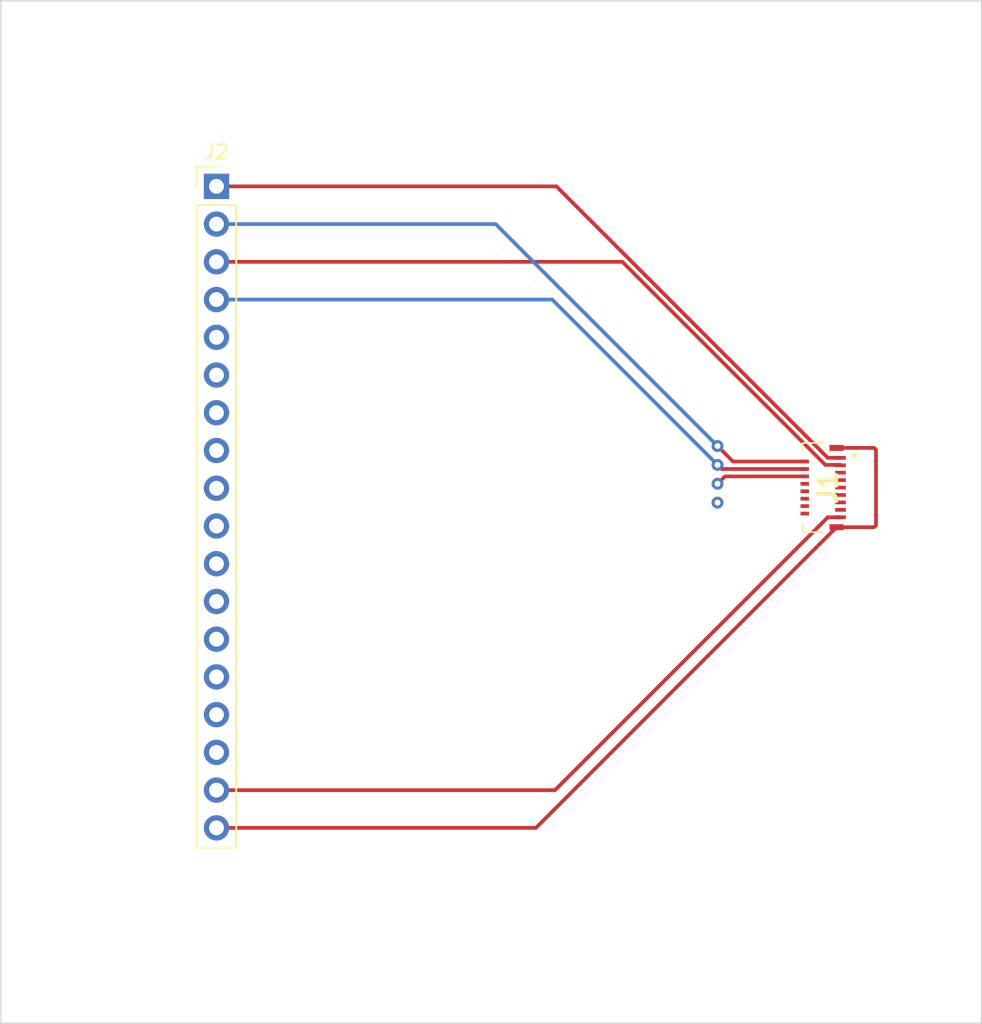
<source format=kicad_pcb>
(kicad_pcb (version 20171130) (host pcbnew 5.1.8+dfsg1-1+b1)

  (general
    (thickness 1.6)
    (drawings 4)
    (tracks 31)
    (zones 0)
    (modules 2)
    (nets 19)
  )

  (page A4)
  (layers
    (0 F.Cu signal)
    (31 B.Cu signal)
    (32 B.Adhes user hide)
    (33 F.Adhes user hide)
    (34 B.Paste user hide)
    (35 F.Paste user hide)
    (36 B.SilkS user hide)
    (37 F.SilkS user hide)
    (38 B.Mask user hide)
    (39 F.Mask user hide)
    (40 Dwgs.User user hide)
    (41 Cmts.User user hide)
    (42 Eco1.User user hide)
    (43 Eco2.User user hide)
    (44 Edge.Cuts user)
    (45 Margin user hide)
    (46 B.CrtYd user hide)
    (47 F.CrtYd user)
    (48 B.Fab user hide)
    (49 F.Fab user)
  )

  (setup
    (last_trace_width 0.25)
    (trace_clearance 0.2)
    (zone_clearance 0.508)
    (zone_45_only no)
    (trace_min 0.2)
    (via_size 0.8)
    (via_drill 0.4)
    (via_min_size 0.4)
    (via_min_drill 0.3)
    (uvia_size 0.3)
    (uvia_drill 0.1)
    (uvias_allowed no)
    (uvia_min_size 0.2)
    (uvia_min_drill 0.1)
    (edge_width 0.05)
    (segment_width 0.2)
    (pcb_text_width 0.3)
    (pcb_text_size 1.5 1.5)
    (mod_edge_width 0.12)
    (mod_text_size 1 1)
    (mod_text_width 0.15)
    (pad_size 1.524 1.524)
    (pad_drill 0.762)
    (pad_to_mask_clearance 0)
    (aux_axis_origin 0 0)
    (visible_elements FFFFFF7F)
    (pcbplotparams
      (layerselection 0x010fc_ffffffff)
      (usegerberextensions false)
      (usegerberattributes true)
      (usegerberadvancedattributes true)
      (creategerberjobfile true)
      (excludeedgelayer true)
      (linewidth 0.100000)
      (plotframeref false)
      (viasonmask false)
      (mode 1)
      (useauxorigin false)
      (hpglpennumber 1)
      (hpglpenspeed 20)
      (hpglpendiameter 15.000000)
      (psnegative false)
      (psa4output false)
      (plotreference true)
      (plotvalue true)
      (plotinvisibletext false)
      (padsonsilk false)
      (subtractmaskfromsilk false)
      (outputformat 1)
      (mirror false)
      (drillshape 1)
      (scaleselection 1)
      (outputdirectory ""))
  )

  (net 0 "")
  (net 1 /1)
  (net 2 /2)
  (net 3 /3)
  (net 4 /4)
  (net 5 /5)
  (net 6 /6)
  (net 7 /7)
  (net 8 /8)
  (net 9 /9)
  (net 10 /10)
  (net 11 /11)
  (net 12 /12)
  (net 13 /13)
  (net 14 /14)
  (net 15 /15)
  (net 16 /16)
  (net 17 /17)
  (net 18 /MP)

  (net_class Default "This is the default net class."
    (clearance 0.2)
    (trace_width 0.25)
    (via_dia 0.8)
    (via_drill 0.4)
    (uvia_dia 0.3)
    (uvia_drill 0.1)
    (add_net /1)
    (add_net /10)
    (add_net /11)
    (add_net /12)
    (add_net /13)
    (add_net /14)
    (add_net /15)
    (add_net /16)
    (add_net /17)
    (add_net /2)
    (add_net /3)
    (add_net /4)
    (add_net /5)
    (add_net /6)
    (add_net /7)
    (add_net /8)
    (add_net /9)
    (add_net /MP)
  )

  (module Horace:5020781710 (layer F.Cu) (tedit 60113176) (tstamp 603E4DC4)
    (at 182.372 91.186 90)
    (descr 502078-1710-1)
    (tags Connector)
    (path /603E82B4)
    (attr smd)
    (fp_text reference J1 (at 0 0.313 90) (layer F.SilkS)
      (effects (font (size 1.27 1.27) (thickness 0.254)))
    )
    (fp_text value 502078-1710 (at 0 0.313 90) (layer F.SilkS) hide
      (effects (font (size 1.27 1.27) (thickness 0.254)))
    )
    (fp_line (start 2.2 2.1) (end 2.2 2.1) (layer F.SilkS) (width 0.3))
    (fp_line (start 2.1 2.1) (end 2.1 2.1) (layer F.SilkS) (width 0.3))
    (fp_line (start 3 -1.375) (end 3 0) (layer F.SilkS) (width 0.1))
    (fp_line (start 2.5 -1.375) (end 3 -1.375) (layer F.SilkS) (width 0.1))
    (fp_line (start -3 -1.375) (end -3 0) (layer F.SilkS) (width 0.1))
    (fp_line (start -2.5 -1.375) (end -3 -1.375) (layer F.SilkS) (width 0.1))
    (fp_line (start -4 3.15) (end -4 -2.525) (layer F.CrtYd) (width 0.1))
    (fp_line (start 4 3.15) (end -4 3.15) (layer F.CrtYd) (width 0.1))
    (fp_line (start 4 -2.525) (end 4 3.15) (layer F.CrtYd) (width 0.1))
    (fp_line (start -4 -2.525) (end 4 -2.525) (layer F.CrtYd) (width 0.1))
    (fp_line (start -3 1.375) (end -3 -1.375) (layer F.Fab) (width 0.2))
    (fp_line (start 3 1.375) (end -3 1.375) (layer F.Fab) (width 0.2))
    (fp_line (start 3 -1.375) (end 3 1.375) (layer F.Fab) (width 0.2))
    (fp_line (start -3 -1.375) (end 3 -1.375) (layer F.Fab) (width 0.2))
    (fp_text user %R (at 0 0.313 90) (layer F.Fab)
      (effects (font (size 1.27 1.27) (thickness 0.254)))
    )
    (fp_arc (start 2.15 2.1) (end 2.1 2.1) (angle -180) (layer F.SilkS) (width 0.3))
    (fp_arc (start 2.15 2.1) (end 2.2 2.1) (angle -180) (layer F.SilkS) (width 0.3))
    (pad 1 smd rect (at 2 1.165 90) (size 0.25 0.72) (layers F.Cu F.Paste F.Mask)
      (net 1 /1))
    (pad 2 smd rect (at 1.75 -1.24 90) (size 0.25 0.57) (layers F.Cu F.Paste F.Mask)
      (net 2 /2))
    (pad 3 smd rect (at 1.5 1.165 90) (size 0.25 0.72) (layers F.Cu F.Paste F.Mask)
      (net 3 /3))
    (pad 4 smd rect (at 1.25 -1.24 90) (size 0.25 0.57) (layers F.Cu F.Paste F.Mask)
      (net 4 /4))
    (pad 5 smd rect (at 1 1.165 90) (size 0.25 0.72) (layers F.Cu F.Paste F.Mask)
      (net 5 /5))
    (pad 6 smd rect (at 0.75 -1.24 90) (size 0.25 0.57) (layers F.Cu F.Paste F.Mask)
      (net 6 /6))
    (pad 7 smd rect (at 0.5 1.165 90) (size 0.25 0.72) (layers F.Cu F.Paste F.Mask)
      (net 7 /7))
    (pad 8 smd rect (at 0.25 -1.24 90) (size 0.25 0.57) (layers F.Cu F.Paste F.Mask)
      (net 8 /8))
    (pad 9 smd rect (at 0 1.165 90) (size 0.25 0.72) (layers F.Cu F.Paste F.Mask)
      (net 9 /9))
    (pad 10 smd rect (at -0.25 -1.24 90) (size 0.25 0.57) (layers F.Cu F.Paste F.Mask)
      (net 10 /10))
    (pad 11 smd rect (at -0.5 1.165 90) (size 0.25 0.72) (layers F.Cu F.Paste F.Mask)
      (net 11 /11))
    (pad 12 smd rect (at -0.75 -1.24 90) (size 0.25 0.57) (layers F.Cu F.Paste F.Mask)
      (net 12 /12))
    (pad 13 smd rect (at -1 1.165 90) (size 0.25 0.72) (layers F.Cu F.Paste F.Mask)
      (net 13 /13))
    (pad 14 smd rect (at -1.25 -1.24 90) (size 0.25 0.57) (layers F.Cu F.Paste F.Mask)
      (net 14 /14))
    (pad 15 smd rect (at -1.5 1.165 90) (size 0.25 0.72) (layers F.Cu F.Paste F.Mask)
      (net 15 /15))
    (pad 16 smd rect (at -1.75 -1.24 90) (size 0.25 0.57) (layers F.Cu F.Paste F.Mask)
      (net 16 /16))
    (pad 17 smd rect (at -2 1.165 90) (size 0.25 0.72) (layers F.Cu F.Paste F.Mask)
      (net 17 /17))
    (pad MP1 smd rect (at -2.67 0.9 90) (size 0.4 0.95) (layers F.Cu F.Paste F.Mask)
      (net 18 /MP))
    (pad MP2 smd rect (at 2.67 0.9 90) (size 0.4 0.95) (layers F.Cu F.Paste F.Mask)
      (net 18 /MP))
    (model ${KIPRJMOD}/../lib/horace.3dshapes/502078-1710.stp
      (at (xyz 0 0 0))
      (scale (xyz 1 1 1))
      (rotate (xyz 0 0 0))
    )
  )

  (module Connector_PinHeader_2.54mm:PinHeader_1x18_P2.54mm_Vertical (layer F.Cu) (tedit 59FED5CC) (tstamp 603E4C1D)
    (at 141.525001 70.913001)
    (descr "Through hole straight pin header, 1x18, 2.54mm pitch, single row")
    (tags "Through hole pin header THT 1x18 2.54mm single row")
    (path /603EDDD2)
    (fp_text reference J2 (at 0 -2.33) (layer F.SilkS)
      (effects (font (size 1 1) (thickness 0.15)))
    )
    (fp_text value Conn_01x18_Male (at 0 45.51) (layer F.Fab)
      (effects (font (size 1 1) (thickness 0.15)))
    )
    (fp_line (start -0.635 -1.27) (end 1.27 -1.27) (layer F.Fab) (width 0.1))
    (fp_line (start 1.27 -1.27) (end 1.27 44.45) (layer F.Fab) (width 0.1))
    (fp_line (start 1.27 44.45) (end -1.27 44.45) (layer F.Fab) (width 0.1))
    (fp_line (start -1.27 44.45) (end -1.27 -0.635) (layer F.Fab) (width 0.1))
    (fp_line (start -1.27 -0.635) (end -0.635 -1.27) (layer F.Fab) (width 0.1))
    (fp_line (start -1.33 44.51) (end 1.33 44.51) (layer F.SilkS) (width 0.12))
    (fp_line (start -1.33 1.27) (end -1.33 44.51) (layer F.SilkS) (width 0.12))
    (fp_line (start 1.33 1.27) (end 1.33 44.51) (layer F.SilkS) (width 0.12))
    (fp_line (start -1.33 1.27) (end 1.33 1.27) (layer F.SilkS) (width 0.12))
    (fp_line (start -1.33 0) (end -1.33 -1.33) (layer F.SilkS) (width 0.12))
    (fp_line (start -1.33 -1.33) (end 0 -1.33) (layer F.SilkS) (width 0.12))
    (fp_line (start -1.8 -1.8) (end -1.8 44.95) (layer F.CrtYd) (width 0.05))
    (fp_line (start -1.8 44.95) (end 1.8 44.95) (layer F.CrtYd) (width 0.05))
    (fp_line (start 1.8 44.95) (end 1.8 -1.8) (layer F.CrtYd) (width 0.05))
    (fp_line (start 1.8 -1.8) (end -1.8 -1.8) (layer F.CrtYd) (width 0.05))
    (fp_text user %R (at 0 21.59 90) (layer F.Fab)
      (effects (font (size 1 1) (thickness 0.15)))
    )
    (pad 1 thru_hole rect (at 0 0) (size 1.7 1.7) (drill 1) (layers *.Cu *.Mask)
      (net 1 /1))
    (pad 2 thru_hole oval (at 0 2.54) (size 1.7 1.7) (drill 1) (layers *.Cu *.Mask)
      (net 2 /2))
    (pad 3 thru_hole oval (at 0 5.08) (size 1.7 1.7) (drill 1) (layers *.Cu *.Mask)
      (net 3 /3))
    (pad 4 thru_hole oval (at 0 7.62) (size 1.7 1.7) (drill 1) (layers *.Cu *.Mask)
      (net 4 /4))
    (pad 5 thru_hole oval (at 0 10.16) (size 1.7 1.7) (drill 1) (layers *.Cu *.Mask)
      (net 5 /5))
    (pad 6 thru_hole oval (at 0 12.7) (size 1.7 1.7) (drill 1) (layers *.Cu *.Mask)
      (net 6 /6))
    (pad 7 thru_hole oval (at 0 15.24) (size 1.7 1.7) (drill 1) (layers *.Cu *.Mask)
      (net 7 /7))
    (pad 8 thru_hole oval (at 0 17.78) (size 1.7 1.7) (drill 1) (layers *.Cu *.Mask)
      (net 8 /8))
    (pad 9 thru_hole oval (at 0 20.32) (size 1.7 1.7) (drill 1) (layers *.Cu *.Mask)
      (net 9 /9))
    (pad 10 thru_hole oval (at 0 22.86) (size 1.7 1.7) (drill 1) (layers *.Cu *.Mask)
      (net 10 /10))
    (pad 11 thru_hole oval (at 0 25.4) (size 1.7 1.7) (drill 1) (layers *.Cu *.Mask)
      (net 11 /11))
    (pad 12 thru_hole oval (at 0 27.94) (size 1.7 1.7) (drill 1) (layers *.Cu *.Mask)
      (net 12 /12))
    (pad 13 thru_hole oval (at 0 30.48) (size 1.7 1.7) (drill 1) (layers *.Cu *.Mask)
      (net 13 /13))
    (pad 14 thru_hole oval (at 0 33.02) (size 1.7 1.7) (drill 1) (layers *.Cu *.Mask)
      (net 14 /14))
    (pad 15 thru_hole oval (at 0 35.56) (size 1.7 1.7) (drill 1) (layers *.Cu *.Mask)
      (net 15 /15))
    (pad 16 thru_hole oval (at 0 38.1) (size 1.7 1.7) (drill 1) (layers *.Cu *.Mask)
      (net 16 /16))
    (pad 17 thru_hole oval (at 0 40.64) (size 1.7 1.7) (drill 1) (layers *.Cu *.Mask)
      (net 17 /17))
    (pad 18 thru_hole oval (at 0 43.18) (size 1.7 1.7) (drill 1) (layers *.Cu *.Mask)
      (net 18 /MP))
    (model ${KISYS3DMOD}/Connector_PinHeader_2.54mm.3dshapes/PinHeader_1x18_P2.54mm_Vertical.wrl
      (at (xyz 0 0 0))
      (scale (xyz 1 1 1))
      (rotate (xyz 0 0 0))
    )
  )

  (gr_line (start 193.04 58.42) (end 193.04 127.254) (layer Edge.Cuts) (width 0.1))
  (gr_line (start 127 58.42) (end 193.04 58.42) (layer Edge.Cuts) (width 0.1))
  (gr_line (start 127 127.254) (end 127 58.42) (layer Edge.Cuts) (width 0.1))
  (gr_line (start 193.04 127.254) (end 127 127.254) (layer Edge.Cuts) (width 0.1))

  (via (at 175.26 89.662) (size 0.8) (drill 0.4) (layers F.Cu B.Cu) (net 4))
  (via (at 175.26 90.932) (size 0.8) (drill 0.4) (layers F.Cu B.Cu) (net 6))
  (via (at 175.26 92.202) (size 0.8) (drill 0.4) (layers F.Cu B.Cu) (net 8))
  (via (at 175.26 88.392) (size 0.8) (drill 0.4) (layers F.Cu B.Cu) (net 2))
  (segment (start 182.681998 89.186) (end 183.537 89.186) (width 0.25) (layer F.Cu) (net 1))
  (segment (start 164.408999 70.913001) (end 182.681998 89.186) (width 0.25) (layer F.Cu) (net 1))
  (segment (start 141.525001 70.913001) (end 164.408999 70.913001) (width 0.25) (layer F.Cu) (net 1))
  (segment (start 176.304 89.436) (end 175.26 88.392) (width 0.25) (layer F.Cu) (net 2))
  (segment (start 181.132 89.436) (end 176.304 89.436) (width 0.25) (layer F.Cu) (net 2))
  (segment (start 160.321001 73.453001) (end 175.26 88.392) (width 0.25) (layer B.Cu) (net 2))
  (segment (start 141.525001 73.453001) (end 160.321001 73.453001) (width 0.25) (layer B.Cu) (net 2))
  (segment (start 183.513 89.662) (end 183.537 89.686) (width 0.25) (layer F.Cu) (net 3))
  (segment (start 182.521588 89.662) (end 183.513 89.662) (width 0.25) (layer F.Cu) (net 3))
  (segment (start 168.852589 75.993001) (end 182.521588 89.662) (width 0.25) (layer F.Cu) (net 3))
  (segment (start 141.525001 75.993001) (end 168.852589 75.993001) (width 0.25) (layer F.Cu) (net 3))
  (segment (start 175.534 89.936) (end 175.26 89.662) (width 0.25) (layer F.Cu) (net 4))
  (segment (start 181.132 89.936) (end 175.534 89.936) (width 0.25) (layer F.Cu) (net 4))
  (segment (start 164.131001 78.533001) (end 175.26 89.662) (width 0.25) (layer B.Cu) (net 4))
  (segment (start 141.525001 78.533001) (end 164.131001 78.533001) (width 0.25) (layer B.Cu) (net 4))
  (segment (start 175.756 90.436) (end 175.26 90.932) (width 0.25) (layer F.Cu) (net 6))
  (segment (start 181.132 90.436) (end 175.756 90.436) (width 0.25) (layer F.Cu) (net 6))
  (segment (start 182.681998 93.186) (end 183.537 93.186) (width 0.25) (layer F.Cu) (net 17))
  (segment (start 164.314997 111.553001) (end 182.681998 93.186) (width 0.25) (layer F.Cu) (net 17))
  (segment (start 141.525001 111.553001) (end 164.314997 111.553001) (width 0.25) (layer F.Cu) (net 17))
  (segment (start 163.034999 114.093001) (end 183.272 93.856) (width 0.25) (layer F.Cu) (net 18))
  (segment (start 141.525001 114.093001) (end 163.034999 114.093001) (width 0.25) (layer F.Cu) (net 18))
  (segment (start 185.798 93.856) (end 183.272 93.856) (width 0.25) (layer F.Cu) (net 18))
  (segment (start 185.928 93.726) (end 185.798 93.856) (width 0.25) (layer F.Cu) (net 18))
  (segment (start 185.928 88.646) (end 185.928 93.726) (width 0.25) (layer F.Cu) (net 18))
  (segment (start 185.798 88.516) (end 185.928 88.646) (width 0.25) (layer F.Cu) (net 18))
  (segment (start 183.272 88.516) (end 185.798 88.516) (width 0.25) (layer F.Cu) (net 18))

)

</source>
